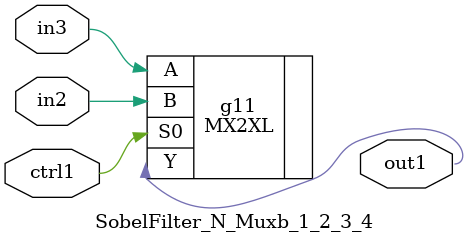
<source format=v>
`timescale 1ps / 1ps


module SobelFilter_N_Muxb_1_2_3_4(in3, in2, ctrl1, out1);
  input in3, in2, ctrl1;
  output out1;
  wire in3, in2, ctrl1;
  wire out1;
  MX2XL g11(.A (in3), .B (in2), .S0 (ctrl1), .Y (out1));
endmodule


</source>
